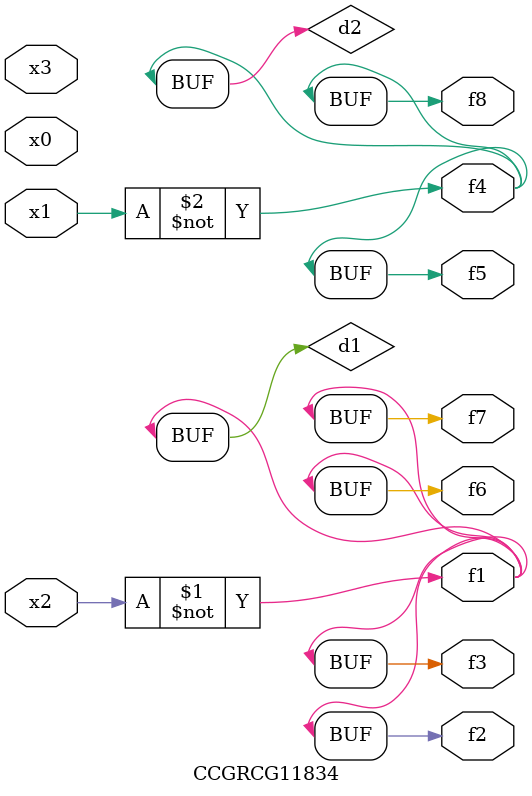
<source format=v>
module CCGRCG11834(
	input x0, x1, x2, x3,
	output f1, f2, f3, f4, f5, f6, f7, f8
);

	wire d1, d2;

	xnor (d1, x2);
	not (d2, x1);
	assign f1 = d1;
	assign f2 = d1;
	assign f3 = d1;
	assign f4 = d2;
	assign f5 = d2;
	assign f6 = d1;
	assign f7 = d1;
	assign f8 = d2;
endmodule

</source>
